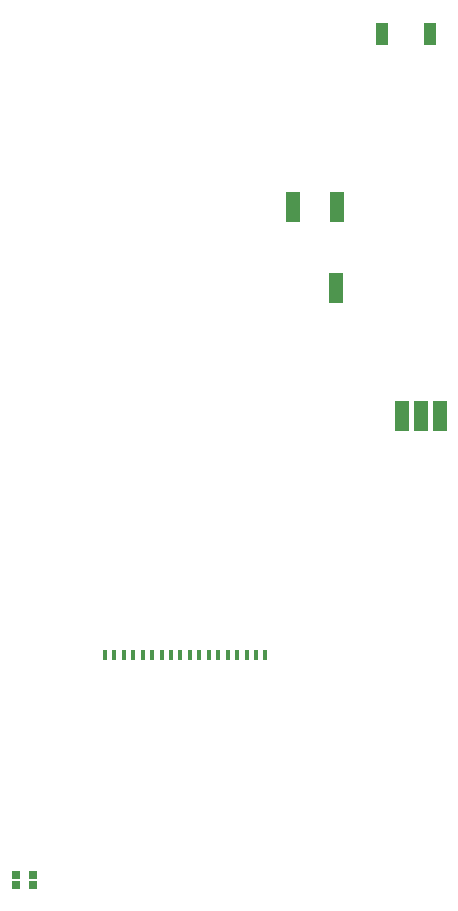
<source format=gbp>
G75*
G70*
%OFA0B0*%
%FSLAX24Y24*%
%IPPOS*%
%LPD*%
%AMOC8*
5,1,8,0,0,1.08239X$1,22.5*
%
%ADD10R,0.0400X0.0780*%
%ADD11R,0.0500X0.1000*%
%ADD12R,0.0315X0.0256*%
%ADD13R,0.0160X0.0320*%
D10*
X029042Y036602D03*
X030617Y036602D03*
D11*
X027546Y030815D03*
X026050Y030815D03*
X027507Y028138D03*
X029711Y023846D03*
X030341Y023846D03*
X030971Y023846D03*
D12*
X016818Y008207D03*
X016818Y008541D03*
X017408Y008541D03*
X017408Y008207D03*
D13*
X019790Y015894D03*
X020105Y015894D03*
X020420Y015894D03*
X020735Y015894D03*
X021050Y015894D03*
X021365Y015894D03*
X021680Y015894D03*
X021995Y015894D03*
X022310Y015894D03*
X022625Y015894D03*
X022940Y015894D03*
X023255Y015894D03*
X023570Y015894D03*
X023885Y015894D03*
X024199Y015894D03*
X024514Y015894D03*
X024829Y015894D03*
X025144Y015894D03*
M02*

</source>
